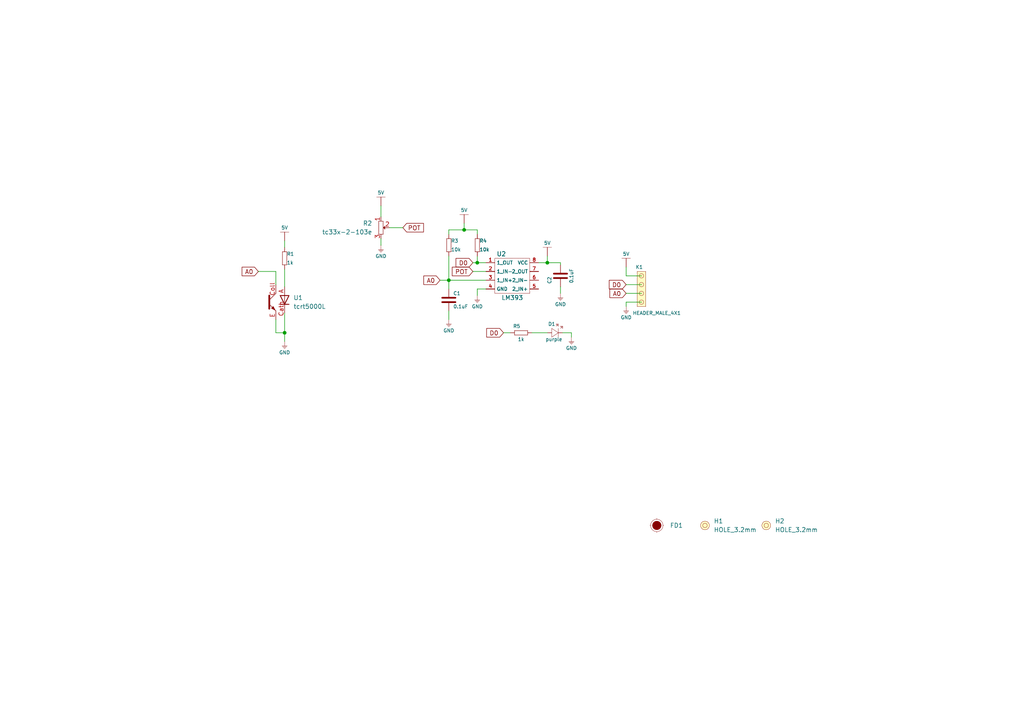
<source format=kicad_sch>
(kicad_sch (version 20210126) (generator eeschema)

  (paper "A4")

  (lib_symbols
    (symbol "e-radionica.com schematics:0402LED" (pin_numbers hide) (pin_names (offset 0.254) hide) (in_bom yes) (on_board yes)
      (property "Reference" "D" (id 0) (at -0.635 2.54 0)
        (effects (font (size 1 1)))
      )
      (property "Value" "0402LED" (id 1) (at 0 -2.54 0)
        (effects (font (size 1 1)))
      )
      (property "Footprint" "e-radionica.com footprinti:0402LED" (id 2) (at 0 5.08 0)
        (effects (font (size 1 1)) hide)
      )
      (property "Datasheet" "" (id 3) (at 0 0 0)
        (effects (font (size 1 1)) hide)
      )
      (property "Package" "0402" (id 4) (at 0 0 0)
        (effects (font (size 1.27 1.27)) hide)
      )
      (symbol "0402LED_0_1"
        (polyline
          (pts
            (xy -0.635 1.27)
            (xy -0.635 -1.27)
            (xy 1.27 0)
          )
          (stroke (width 0.0006)) (fill (type none))
        )
        (polyline
          (pts
            (xy -0.635 1.27)
            (xy 1.27 0)
          )
          (stroke (width 0.0006)) (fill (type none))
        )
        (polyline
          (pts
            (xy 1.27 1.27)
            (xy 1.27 -1.27)
          )
          (stroke (width 0.0006)) (fill (type none))
        )
        (polyline
          (pts
            (xy 0.635 1.905)
            (xy 1.27 2.54)
          )
          (stroke (width 0.0006)) (fill (type none))
        )
        (polyline
          (pts
            (xy 1.905 1.27)
            (xy 2.54 1.905)
          )
          (stroke (width 0.0006)) (fill (type none))
        )
        (polyline
          (pts
            (xy 2.54 1.905)
            (xy 1.905 1.905)
            (xy 2.54 1.27)
            (xy 2.54 1.905)
          )
          (stroke (width 0.0006)) (fill (type none))
        )
        (polyline
          (pts
            (xy 1.27 2.54)
            (xy 0.635 2.54)
            (xy 1.27 1.905)
            (xy 1.27 2.54)
          )
          (stroke (width 0.0006)) (fill (type none))
        )
      )
      (symbol "0402LED_1_1"
        (pin passive line (at -1.905 0 0) (length 1.27)
          (name "A" (effects (font (size 1.27 1.27))))
          (number "1" (effects (font (size 1.27 1.27))))
        )
        (pin passive line (at 2.54 0 180) (length 1.27)
          (name "K" (effects (font (size 1.27 1.27))))
          (number "2" (effects (font (size 1.27 1.27))))
        )
      )
    )
    (symbol "e-radionica.com schematics:0402R" (pin_numbers hide) (pin_names (offset 0.254)) (in_bom yes) (on_board yes)
      (property "Reference" "R" (id 0) (at -1.905 1.27 0)
        (effects (font (size 1 1)))
      )
      (property "Value" "0402R" (id 1) (at 0 -1.27 0)
        (effects (font (size 1 1)))
      )
      (property "Footprint" "e-radionica.com footprinti:0402R" (id 2) (at -2.54 1.905 0)
        (effects (font (size 1 1)) hide)
      )
      (property "Datasheet" "" (id 3) (at -2.54 1.905 0)
        (effects (font (size 1 1)) hide)
      )
      (symbol "0402R_0_1"
        (rectangle (start -1.905 0.635) (end -1.8796 -0.635)
          (stroke (width 0.1)) (fill (type none))
        )
        (rectangle (start -1.905 0.635) (end 1.905 0.6096)
          (stroke (width 0.1)) (fill (type none))
        )
        (rectangle (start -1.905 -0.635) (end 1.905 -0.6604)
          (stroke (width 0.1)) (fill (type none))
        )
        (rectangle (start 1.905 0.635) (end 1.9304 -0.635)
          (stroke (width 0.1)) (fill (type none))
        )
      )
      (symbol "0402R_1_1"
        (pin passive line (at -3.175 0 0) (length 1.27)
          (name "~" (effects (font (size 1.27 1.27))))
          (number "1" (effects (font (size 1.27 1.27))))
        )
        (pin passive line (at 3.175 0 180) (length 1.27)
          (name "~" (effects (font (size 1.27 1.27))))
          (number "2" (effects (font (size 1.27 1.27))))
        )
      )
    )
    (symbol "e-radionica.com schematics:0603C" (pin_numbers hide) (pin_names (offset 0.002)) (in_bom yes) (on_board yes)
      (property "Reference" "C" (id 0) (at -0.635 3.175 0)
        (effects (font (size 1 1)))
      )
      (property "Value" "0603C" (id 1) (at 0 -3.175 0)
        (effects (font (size 1 1)))
      )
      (property "Footprint" "e-radionica.com footprinti:0603C" (id 2) (at 0 0 0)
        (effects (font (size 1 1)) hide)
      )
      (property "Datasheet" "" (id 3) (at 0 0 0)
        (effects (font (size 1 1)) hide)
      )
      (symbol "0603C_0_1"
        (polyline
          (pts
            (xy -0.635 1.905)
            (xy -0.635 -1.905)
          )
          (stroke (width 0.5)) (fill (type none))
        )
        (polyline
          (pts
            (xy 0.635 1.905)
            (xy 0.635 -1.905)
          )
          (stroke (width 0.5)) (fill (type none))
        )
      )
      (symbol "0603C_1_1"
        (pin passive line (at 3.175 0 180) (length 2.54)
          (name "~" (effects (font (size 1.27 1.27))))
          (number "2" (effects (font (size 1.27 1.27))))
        )
        (pin passive line (at -3.175 0 0) (length 2.54)
          (name "~" (effects (font (size 1.27 1.27))))
          (number "1" (effects (font (size 1.27 1.27))))
        )
      )
    )
    (symbol "e-radionica.com schematics:0603R" (pin_numbers hide) (pin_names (offset 0.254)) (in_bom yes) (on_board yes)
      (property "Reference" "R" (id 0) (at -1.905 1.905 0)
        (effects (font (size 1 1)))
      )
      (property "Value" "0603R" (id 1) (at 0 -1.905 0)
        (effects (font (size 1 1)))
      )
      (property "Footprint" "e-radionica.com footprinti:0603R" (id 2) (at -0.635 1.905 0)
        (effects (font (size 1 1)) hide)
      )
      (property "Datasheet" "" (id 3) (at -0.635 1.905 0)
        (effects (font (size 1 1)) hide)
      )
      (symbol "0603R_0_1"
        (rectangle (start -1.905 0.635) (end -1.8796 -0.635)
          (stroke (width 0.1)) (fill (type none))
        )
        (rectangle (start -1.905 0.635) (end 1.905 0.6096)
          (stroke (width 0.1)) (fill (type none))
        )
        (rectangle (start -1.905 -0.635) (end 1.905 -0.6604)
          (stroke (width 0.1)) (fill (type none))
        )
        (rectangle (start 1.905 0.635) (end 1.9304 -0.635)
          (stroke (width 0.1)) (fill (type none))
        )
      )
      (symbol "0603R_1_1"
        (pin passive line (at -3.175 0 0) (length 1.27)
          (name "~" (effects (font (size 1.27 1.27))))
          (number "1" (effects (font (size 1.27 1.27))))
        )
        (pin passive line (at 3.175 0 180) (length 1.27)
          (name "~" (effects (font (size 1.27 1.27))))
          (number "2" (effects (font (size 1.27 1.27))))
        )
      )
    )
    (symbol "e-radionica.com schematics:5V" (power) (pin_names (offset 0)) (in_bom yes) (on_board yes)
      (property "Reference" "#PWR" (id 0) (at 4.445 0 0)
        (effects (font (size 1 1)) hide)
      )
      (property "Value" "5V" (id 1) (at 0 3.556 0)
        (effects (font (size 1 1)))
      )
      (property "Footprint" "" (id 2) (at 4.445 3.81 0)
        (effects (font (size 1 1)) hide)
      )
      (property "Datasheet" "" (id 3) (at 4.445 3.81 0)
        (effects (font (size 1 1)) hide)
      )
      (property "ki_keywords" "power-flag" (id 4) (at 0 0 0)
        (effects (font (size 1.27 1.27)) hide)
      )
      (property "ki_description" "Power symbol creates a global label with name \"+3V3\"" (id 5) (at 0 0 0)
        (effects (font (size 1.27 1.27)) hide)
      )
      (symbol "5V_0_1"
        (polyline
          (pts
            (xy 0 0)
            (xy 0 2.54)
          )
          (stroke (width 0)) (fill (type none))
        )
        (polyline
          (pts
            (xy -1.27 2.54)
            (xy 1.27 2.54)
          )
          (stroke (width 0.0006)) (fill (type none))
        )
      )
      (symbol "5V_1_1"
        (pin power_in line (at 0 0 90) (length 0) hide
          (name "5V" (effects (font (size 1.27 1.27))))
          (number "1" (effects (font (size 1.27 1.27))))
        )
      )
    )
    (symbol "e-radionica.com schematics:Fiducial_Stencil" (pin_numbers hide) (pin_names hide) (in_bom yes) (on_board yes)
      (property "Reference" "FD?" (id 0) (at 0 3.048 0)
        (effects (font (size 1.27 1.27)))
      )
      (property "Value" "Fiducial_Stencil" (id 1) (at 0 -2.794 0)
        (effects (font (size 1.27 1.27)) hide)
      )
      (property "Footprint" "e-radionica.com footprinti:FIDUCIAL_1MM_PASTE" (id 2) (at 0 -6.35 0)
        (effects (font (size 1.27 1.27)) hide)
      )
      (property "Datasheet" "" (id 3) (at 0 0 0)
        (effects (font (size 1.27 1.27)) hide)
      )
      (symbol "Fiducial_Stencil_0_1"
        (circle (center 0 0) (radius 1.7961) (stroke (width 0.0006)) (fill (type none)))
        (circle (center 0 0) (radius 1.27) (stroke (width 0.001)) (fill (type outline)))
        (polyline
          (pts
            (xy 1.778 0)
            (xy 2.032 0)
          )
          (stroke (width 0.0006)) (fill (type none))
        )
        (polyline
          (pts
            (xy 0 1.778)
            (xy 0 2.032)
          )
          (stroke (width 0.0006)) (fill (type none))
        )
        (polyline
          (pts
            (xy -1.778 0)
            (xy -2.032 0)
          )
          (stroke (width 0.0006)) (fill (type none))
        )
        (polyline
          (pts
            (xy 0 -1.778)
            (xy 0 -2.032)
          )
          (stroke (width 0.0006)) (fill (type none))
        )
      )
    )
    (symbol "e-radionica.com schematics:GND" (power) (pin_names (offset 0)) (in_bom yes) (on_board yes)
      (property "Reference" "#PWR" (id 0) (at 4.445 0 0)
        (effects (font (size 1 1)) hide)
      )
      (property "Value" "GND" (id 1) (at 0 -2.921 0)
        (effects (font (size 1 1)))
      )
      (property "Footprint" "" (id 2) (at 4.445 3.81 0)
        (effects (font (size 1 1)) hide)
      )
      (property "Datasheet" "" (id 3) (at 4.445 3.81 0)
        (effects (font (size 1 1)) hide)
      )
      (property "ki_keywords" "power-flag" (id 4) (at 0 0 0)
        (effects (font (size 1.27 1.27)) hide)
      )
      (property "ki_description" "Power symbol creates a global label with name \"+3V3\"" (id 5) (at 0 0 0)
        (effects (font (size 1.27 1.27)) hide)
      )
      (symbol "GND_0_1"
        (polyline
          (pts
            (xy 0 0)
            (xy 0 -1.27)
          )
          (stroke (width 0.0006)) (fill (type none))
        )
        (polyline
          (pts
            (xy -0.762 -1.27)
            (xy 0.762 -1.27)
          )
          (stroke (width 0.0006)) (fill (type none))
        )
        (polyline
          (pts
            (xy -0.381 -1.778)
            (xy 0.381 -1.778)
          )
          (stroke (width 0.0006)) (fill (type none))
        )
        (polyline
          (pts
            (xy -0.127 -2.032)
            (xy 0.127 -2.032)
          )
          (stroke (width 0.0006)) (fill (type none))
        )
        (polyline
          (pts
            (xy -0.635 -1.524)
            (xy 0.635 -1.524)
          )
          (stroke (width 0.0006)) (fill (type none))
        )
      )
      (symbol "GND_1_1"
        (pin power_in line (at 0 0 270) (length 0) hide
          (name "GND" (effects (font (size 1.27 1.27))))
          (number "1" (effects (font (size 1.27 1.27))))
        )
      )
    )
    (symbol "e-radionica.com schematics:HEADER_MALE_4X1" (pin_numbers hide) (pin_names hide) (in_bom yes) (on_board yes)
      (property "Reference" "K" (id 0) (at -0.635 7.62 0)
        (effects (font (size 1 1)))
      )
      (property "Value" "HEADER_MALE_4X1" (id 1) (at 0 -5.08 0)
        (effects (font (size 1 1)))
      )
      (property "Footprint" "e-radionica.com footprinti:HEADER_MALE_4X1" (id 2) (at 0 -2.54 0)
        (effects (font (size 1 1)) hide)
      )
      (property "Datasheet" "" (id 3) (at 0 -2.54 0)
        (effects (font (size 1 1)) hide)
      )
      (symbol "HEADER_MALE_4X1_0_1"
        (circle (center 0 -2.54) (radius 0.635) (stroke (width 0.0006)) (fill (type none)))
        (circle (center 0 0) (radius 0.635) (stroke (width 0.0006)) (fill (type none)))
        (circle (center 0 2.54) (radius 0.635) (stroke (width 0.0006)) (fill (type none)))
        (circle (center 0 5.08) (radius 0.635) (stroke (width 0.0006)) (fill (type none)))
        (rectangle (start 1.27 -3.81) (end -1.27 6.35)
          (stroke (width 0.001)) (fill (type background))
        )
      )
      (symbol "HEADER_MALE_4X1_1_1"
        (pin passive line (at 0 -2.54 180) (length 0)
          (name "~" (effects (font (size 1 1))))
          (number "1" (effects (font (size 1 1))))
        )
        (pin passive line (at 0 0 180) (length 0)
          (name "~" (effects (font (size 1 1))))
          (number "2" (effects (font (size 1 1))))
        )
        (pin passive line (at 0 2.54 180) (length 0)
          (name "~" (effects (font (size 1 1))))
          (number "3" (effects (font (size 1 1))))
        )
        (pin passive line (at 0 5.08 180) (length 0)
          (name "~" (effects (font (size 1 1))))
          (number "4" (effects (font (size 1 1))))
        )
      )
    )
    (symbol "e-radionica.com schematics:HOLE_3.2mm" (pin_numbers hide) (pin_names hide) (in_bom yes) (on_board yes)
      (property "Reference" "H" (id 0) (at 0 2.54 0)
        (effects (font (size 1.27 1.27)))
      )
      (property "Value" "HOLE_3.2mm" (id 1) (at 0 -2.54 0)
        (effects (font (size 1.27 1.27)))
      )
      (property "Footprint" "e-radionica.com footprinti:HOLE_3.2mm" (id 2) (at 0 0 0)
        (effects (font (size 1.27 1.27)) hide)
      )
      (property "Datasheet" "" (id 3) (at 0 0 0)
        (effects (font (size 1.27 1.27)) hide)
      )
      (symbol "HOLE_3.2mm_0_1"
        (circle (center 0 0) (radius 1.27) (stroke (width 0.001)) (fill (type background)))
        (circle (center 0 0) (radius 0.635) (stroke (width 0.0006)) (fill (type none)))
      )
    )
    (symbol "e-radionica.com schematics:LM393" (in_bom yes) (on_board yes)
      (property "Reference" "U" (id 0) (at 0 6.35 0)
        (effects (font (size 1.27 1.27)))
      )
      (property "Value" "LM393" (id 1) (at 0 -6.35 0)
        (effects (font (size 1.27 1.27)))
      )
      (property "Footprint" "e-radionica.com footprinti:SOIC−8" (id 2) (at 3.81 -2.54 0)
        (effects (font (size 1.27 1.27)) hide)
      )
      (property "Datasheet" "" (id 3) (at 3.81 -2.54 0)
        (effects (font (size 1.27 1.27)) hide)
      )
      (symbol "LM393_0_1"
        (rectangle (start -5.08 5.08) (end 5.08 -5.08)
          (stroke (width 0.0006)) (fill (type none))
        )
      )
      (symbol "LM393_1_1"
        (pin input line (at -7.62 1.27 0) (length 2.54)
          (name "1_IN-" (effects (font (size 1 1))))
          (number "2" (effects (font (size 1 1))))
        )
        (pin power_in line (at -7.62 -1.27 0) (length 2.54)
          (name "1_IN+" (effects (font (size 1 1))))
          (number "3" (effects (font (size 1 1))))
        )
        (pin power_in line (at -7.62 3.81 0) (length 2.54)
          (name "1_OUT" (effects (font (size 1 1))))
          (number "1" (effects (font (size 1 1))))
        )
        (pin passive line (at -7.62 -3.81 0) (length 2.54)
          (name "GND" (effects (font (size 1 1))))
          (number "4" (effects (font (size 1 1))))
        )
        (pin power_in line (at 7.62 -3.81 180) (length 2.54)
          (name "2_IN+" (effects (font (size 1 1))))
          (number "5" (effects (font (size 1 1))))
        )
        (pin power_in line (at 7.62 -1.27 180) (length 2.54)
          (name "2_IN-" (effects (font (size 1 1))))
          (number "6" (effects (font (size 1 1))))
        )
        (pin power_out line (at 7.62 1.27 180) (length 2.54)
          (name "2_OUT" (effects (font (size 1 1))))
          (number "7" (effects (font (size 1 1))))
        )
        (pin power_in line (at 7.62 3.81 180) (length 2.54)
          (name "VCC" (effects (font (size 1 1))))
          (number "8" (effects (font (size 1 1))))
        )
      )
    )
    (symbol "e-radionica.com schematics:tc33x-2-103e" (in_bom yes) (on_board yes)
      (property "Reference" "R" (id 0) (at -1.778 3.302 0)
        (effects (font (size 1.27 1.27)))
      )
      (property "Value" "tc33x-2-103e" (id 1) (at 0 -2.54 0)
        (effects (font (size 1.27 1.27)))
      )
      (property "Footprint" "e-radionica.com footprinti:tc33x-2-103e" (id 2) (at 0 -5.08 0)
        (effects (font (size 1.27 1.27)) hide)
      )
      (property "Datasheet" "" (id 3) (at -0.0508 -0.0508 0)
        (effects (font (size 1.27 1.27)) hide)
      )
      (symbol "tc33x-2-103e_0_1"
        (rectangle (start -1.905 0.635) (end -1.8796 -0.635)
          (stroke (width 0.1)) (fill (type none))
        )
        (rectangle (start -1.905 0.635) (end 1.905 0.6096)
          (stroke (width 0.1)) (fill (type none))
        )
        (rectangle (start -1.905 -0.635) (end 1.905 -0.6604)
          (stroke (width 0.1)) (fill (type none))
        )
        (rectangle (start 1.905 0.635) (end 1.9304 -0.635)
          (stroke (width 0.1)) (fill (type none))
        )
        (polyline
          (pts
            (xy -0.4318 1.1684)
            (xy 0.4826 1.1684)
            (xy 0 0.635)
            (xy -0.4064 1.0922)
            (xy -0.4826 1.1684)
            (xy 0 0.7874)
            (xy 0.3048 1.1176)
            (xy -0.254 1.0668)
            (xy 0.0254 0.8636)
            (xy 0.0762 1.0414)
            (xy -0.0254 0.9652)
          )
          (stroke (width 0.0006)) (fill (type none))
        )
      )
      (symbol "tc33x-2-103e_1_1"
        (pin passive line (at -3.175 0 0) (length 1.27)
          (name "~" (effects (font (size 1.27 1.27))))
          (number "1" (effects (font (size 1.27 1.27))))
        )
        (pin passive line (at 3.175 0.0002 180) (length 1.27)
          (name "~" (effects (font (size 1.27 1.27))))
          (number "3" (effects (font (size 1.27 1.27))))
        )
        (pin passive line (at 0 2.4892 270) (length 1.27)
          (name "" (effects (font (size 1.27 1.27))))
          (number "2" (effects (font (size 1.27 1.27))))
        )
      )
    )
    (symbol "e-radionica.com schematics:tcrt5000L" (in_bom yes) (on_board yes)
      (property "Reference" "U" (id 0) (at -4.445 3.81 0)
        (effects (font (size 1.27 1.27)))
      )
      (property "Value" "tcrt5000L" (id 1) (at 0 -13.335 0)
        (effects (font (size 1.27 1.27)))
      )
      (property "Footprint" "e-radionica.com footprinti:TCRT5000L" (id 2) (at -0.635 0 0)
        (effects (font (size 1.27 1.27)) hide)
      )
      (property "Datasheet" "" (id 3) (at -0.635 0 0)
        (effects (font (size 1.27 1.27)) hide)
      )
      (symbol "tcrt5000L_0_1"
        (polyline
          (pts
            (xy -3.175 0.635)
            (xy -1.27 2.54)
          )
          (stroke (width 0)) (fill (type none))
        )
        (polyline
          (pts
            (xy -3.175 -0.635)
            (xy -1.27 -2.54)
            (xy -1.27 -2.54)
          )
          (stroke (width 0)) (fill (type none))
        )
        (polyline
          (pts
            (xy -3.175 1.905)
            (xy -3.175 -1.905)
            (xy -3.175 -1.905)
          )
          (stroke (width 0.508)) (fill (type none))
        )
        (polyline
          (pts
            (xy -2.54 -1.778)
            (xy -2.032 -1.27)
            (xy -1.524 -2.286)
            (xy -2.54 -1.778)
            (xy -2.54 -1.778)
          )
          (stroke (width 0)) (fill (type outline))
        )
        (polyline
          (pts
            (xy 0 -0.635)
            (xy 2.54 -0.635)
          )
          (stroke (width 0.254)) (fill (type none))
        )
        (polyline
          (pts
            (xy 1.27 1.905)
            (xy 1.27 -0.635)
          )
          (stroke (width 0)) (fill (type none))
        )
        (polyline
          (pts
            (xy 0 1.905)
            (xy 2.54 1.905)
            (xy 1.27 -0.635)
            (xy 0 1.905)
          )
          (stroke (width 0.254)) (fill (type none))
        )
      )
      (symbol "tcrt5000L_1_1"
        (pin passive line (at -1.27 -5.08 90) (length 2.54)
          (name "" (effects (font (size 1.27 1.27))))
          (number "E" (effects (font (size 1.27 1.27))))
        )
        (pin passive line (at -1.27 5.08 270) (length 2.54)
          (name "" (effects (font (size 1.27 1.27))))
          (number "Coll" (effects (font (size 1.27 1.27))))
        )
        (pin passive line (at 1.27 -3.175 90) (length 2.54)
          (name "" (effects (font (size 1.27 1.27))))
          (number "Cath" (effects (font (size 1.27 1.27))))
        )
        (pin passive line (at 1.27 4.445 270) (length 2.54)
          (name "" (effects (font (size 1.27 1.27))))
          (number "A" (effects (font (size 1.27 1.27))))
        )
      )
    )
  )

  (junction (at 82.55 96.52) (diameter 0.9144) (color 0 0 0 0))
  (junction (at 130.175 81.28) (diameter 0.9144) (color 0 0 0 0))
  (junction (at 134.62 66.675) (diameter 0.9144) (color 0 0 0 0))
  (junction (at 138.43 76.2) (diameter 0.9144) (color 0 0 0 0))
  (junction (at 158.75 76.2) (diameter 0.9144) (color 0 0 0 0))

  (wire (pts (xy 74.93 78.74) (xy 80.01 78.74))
    (stroke (width 0) (type solid) (color 0 0 0 0))
    (uuid f5cce352-17bd-4635-b7c9-100468f9ba6a)
  )
  (wire (pts (xy 80.01 78.74) (xy 80.01 82.55))
    (stroke (width 0) (type solid) (color 0 0 0 0))
    (uuid a7ddde68-6257-4ade-9a11-c6778d7b6c71)
  )
  (wire (pts (xy 80.01 92.71) (xy 80.01 96.52))
    (stroke (width 0) (type solid) (color 0 0 0 0))
    (uuid bd5f25d3-8eab-41e2-a46b-b8aceaa855f4)
  )
  (wire (pts (xy 80.01 96.52) (xy 82.55 96.52))
    (stroke (width 0) (type solid) (color 0 0 0 0))
    (uuid bd5f25d3-8eab-41e2-a46b-b8aceaa855f4)
  )
  (wire (pts (xy 82.55 69.85) (xy 82.55 71.755))
    (stroke (width 0) (type solid) (color 0 0 0 0))
    (uuid 96b86411-a2dc-47bb-a466-f1d6969d6d4e)
  )
  (wire (pts (xy 82.55 78.105) (xy 82.55 83.185))
    (stroke (width 0) (type solid) (color 0 0 0 0))
    (uuid 0476afb7-b092-455c-8ed1-d082311e7620)
  )
  (wire (pts (xy 82.55 90.805) (xy 82.55 96.52))
    (stroke (width 0) (type solid) (color 0 0 0 0))
    (uuid 14dd3509-40c0-4162-8ec8-6d326cdc9e86)
  )
  (wire (pts (xy 82.55 96.52) (xy 82.55 99.06))
    (stroke (width 0) (type solid) (color 0 0 0 0))
    (uuid bd5f25d3-8eab-41e2-a46b-b8aceaa855f4)
  )
  (wire (pts (xy 110.49 59.69) (xy 110.49 62.865))
    (stroke (width 0) (type solid) (color 0 0 0 0))
    (uuid d96862db-8bad-4a7c-b968-daaad9fc6848)
  )
  (wire (pts (xy 110.49 71.12) (xy 110.4902 71.12))
    (stroke (width 0) (type solid) (color 0 0 0 0))
    (uuid d297a04e-1b6b-40fb-b4c0-4536a139fff2)
  )
  (wire (pts (xy 110.4902 69.215) (xy 110.4902 71.12))
    (stroke (width 0) (type solid) (color 0 0 0 0))
    (uuid 777bd36e-afcc-4f88-8880-fb0794830e45)
  )
  (wire (pts (xy 112.9792 66.04) (xy 116.84 66.04))
    (stroke (width 0) (type solid) (color 0 0 0 0))
    (uuid cd9c0dca-bf53-447e-be47-3a90a751d257)
  )
  (wire (pts (xy 127.635 81.28) (xy 130.175 81.28))
    (stroke (width 0) (type solid) (color 0 0 0 0))
    (uuid ded05270-e37d-459a-8f66-acef83444f56)
  )
  (wire (pts (xy 130.175 66.675) (xy 134.62 66.675))
    (stroke (width 0) (type solid) (color 0 0 0 0))
    (uuid 90168466-d72d-4732-ab7b-7653b44f9e77)
  )
  (wire (pts (xy 130.175 67.945) (xy 130.175 66.675))
    (stroke (width 0) (type solid) (color 0 0 0 0))
    (uuid b63d64c9-bcbd-4287-a815-66ffa71f5642)
  )
  (wire (pts (xy 130.175 74.295) (xy 130.175 81.28))
    (stroke (width 0) (type solid) (color 0 0 0 0))
    (uuid e84d2062-c6d4-4b93-b817-767120f23dca)
  )
  (wire (pts (xy 130.175 81.28) (xy 130.175 83.82))
    (stroke (width 0) (type solid) (color 0 0 0 0))
    (uuid ca78236a-5461-414f-b13d-90d23abc3a60)
  )
  (wire (pts (xy 130.175 81.28) (xy 140.97 81.28))
    (stroke (width 0) (type solid) (color 0 0 0 0))
    (uuid 0be01aff-fa7a-4687-ac2f-de9eb7d2d31e)
  )
  (wire (pts (xy 130.175 90.17) (xy 130.175 92.71))
    (stroke (width 0) (type solid) (color 0 0 0 0))
    (uuid d11e9852-9a60-48b9-8999-165d5dea6966)
  )
  (wire (pts (xy 134.62 66.675) (xy 134.62 64.77))
    (stroke (width 0) (type solid) (color 0 0 0 0))
    (uuid 3b189709-e4ae-4919-941d-11dca72fe1a9)
  )
  (wire (pts (xy 134.62 66.675) (xy 138.43 66.675))
    (stroke (width 0) (type solid) (color 0 0 0 0))
    (uuid 97dd2cfe-9a83-4e10-9253-d44344ac98ca)
  )
  (wire (pts (xy 137.16 76.2) (xy 138.43 76.2))
    (stroke (width 0) (type solid) (color 0 0 0 0))
    (uuid 1ebb3e7d-6e78-4381-b75b-4d620f7415eb)
  )
  (wire (pts (xy 137.16 78.74) (xy 140.97 78.74))
    (stroke (width 0) (type solid) (color 0 0 0 0))
    (uuid cda1c938-87a3-4c4a-8b09-be1108874f13)
  )
  (wire (pts (xy 138.43 66.675) (xy 138.43 67.945))
    (stroke (width 0) (type solid) (color 0 0 0 0))
    (uuid b203b6cc-a5ab-46e2-b7d6-77ac15968948)
  )
  (wire (pts (xy 138.43 74.295) (xy 138.43 76.2))
    (stroke (width 0) (type solid) (color 0 0 0 0))
    (uuid e54dfbee-c0a0-46c6-bdc0-d97ad1e734af)
  )
  (wire (pts (xy 138.43 76.2) (xy 140.97 76.2))
    (stroke (width 0) (type solid) (color 0 0 0 0))
    (uuid e23156ab-5dbc-4511-8986-a7108edc15b0)
  )
  (wire (pts (xy 138.43 83.82) (xy 138.43 85.725))
    (stroke (width 0) (type solid) (color 0 0 0 0))
    (uuid ff15f836-4e89-43fb-8243-ae85ba420fee)
  )
  (wire (pts (xy 140.97 83.82) (xy 138.43 83.82))
    (stroke (width 0) (type solid) (color 0 0 0 0))
    (uuid e4069da4-3fb9-4885-9948-8d4b631545bd)
  )
  (wire (pts (xy 146.05 96.52) (xy 147.955 96.52))
    (stroke (width 0) (type solid) (color 0 0 0 0))
    (uuid 099e87bd-e1c5-46c3-9b4d-994dc13f7416)
  )
  (wire (pts (xy 154.305 96.52) (xy 158.75 96.52))
    (stroke (width 0) (type solid) (color 0 0 0 0))
    (uuid b2ce17f3-c1bb-461a-aedf-5821db77619e)
  )
  (wire (pts (xy 156.21 76.2) (xy 158.75 76.2))
    (stroke (width 0) (type solid) (color 0 0 0 0))
    (uuid b080e924-83e1-4fe5-80fe-57343fca6c8d)
  )
  (wire (pts (xy 158.75 76.2) (xy 158.75 74.295))
    (stroke (width 0) (type solid) (color 0 0 0 0))
    (uuid cf60e33d-f987-45cd-8a2a-eacf1def2c60)
  )
  (wire (pts (xy 162.56 76.2) (xy 158.75 76.2))
    (stroke (width 0) (type solid) (color 0 0 0 0))
    (uuid 4bf0ecfd-52c5-49a0-bcc0-775c46d6c429)
  )
  (wire (pts (xy 162.56 76.835) (xy 162.56 76.2))
    (stroke (width 0) (type solid) (color 0 0 0 0))
    (uuid b52b6789-0361-454b-855a-8e892b39b271)
  )
  (wire (pts (xy 162.56 83.185) (xy 162.56 85.09))
    (stroke (width 0) (type solid) (color 0 0 0 0))
    (uuid d7f608cb-fe54-42cd-bfbb-fe223df4d930)
  )
  (wire (pts (xy 163.195 96.52) (xy 165.735 96.52))
    (stroke (width 0) (type solid) (color 0 0 0 0))
    (uuid 006c82cd-8233-4c4c-8fb2-135db9093e9d)
  )
  (wire (pts (xy 165.735 96.52) (xy 165.735 97.79))
    (stroke (width 0) (type solid) (color 0 0 0 0))
    (uuid 6c9182be-071f-46ae-a91a-28b0bf873aec)
  )
  (wire (pts (xy 181.61 80.01) (xy 181.61 77.47))
    (stroke (width 0) (type solid) (color 0 0 0 0))
    (uuid 02b45d48-dac7-4de5-8bbf-51193c9fcd79)
  )
  (wire (pts (xy 181.61 82.55) (xy 186.055 82.55))
    (stroke (width 0) (type solid) (color 0 0 0 0))
    (uuid 5a474233-ed47-45fd-9a69-1ad1617a261b)
  )
  (wire (pts (xy 181.61 85.09) (xy 186.055 85.09))
    (stroke (width 0) (type solid) (color 0 0 0 0))
    (uuid 5bb0a292-258a-4f7d-ab87-d214d7dcd535)
  )
  (wire (pts (xy 181.61 87.63) (xy 181.61 88.9))
    (stroke (width 0) (type solid) (color 0 0 0 0))
    (uuid 810e64c9-be8e-4f2d-a69c-e4269a9a1004)
  )
  (wire (pts (xy 186.055 80.01) (xy 181.61 80.01))
    (stroke (width 0) (type solid) (color 0 0 0 0))
    (uuid 26f00869-2a78-46a8-94d1-3b8347df9236)
  )
  (wire (pts (xy 186.055 87.63) (xy 181.61 87.63))
    (stroke (width 0) (type solid) (color 0 0 0 0))
    (uuid ab6f3e1c-2adb-4290-a338-53fd761b9a10)
  )

  (global_label "A0" (shape input) (at 74.93 78.74 180)
    (effects (font (size 1.27 1.27)) (justify right))
    (uuid 02b29835-4151-4b61-9e32-9e91af2b860f)
    (property "Intersheet References" "${INTERSHEET_REFS}" (id 0) (at 68.6948 78.6606 0)
      (effects (font (size 1.27 1.27)) (justify right) hide)
    )
  )
  (global_label "POT" (shape input) (at 116.84 66.04 0)
    (effects (font (size 1.27 1.27)) (justify left))
    (uuid 90ad2a9c-733a-4a2f-88ac-5afb900f0c27)
    (property "Intersheet References" "${INTERSHEET_REFS}" (id 0) (at 124.3452 65.9606 0)
      (effects (font (size 1.27 1.27)) (justify left) hide)
    )
  )
  (global_label "A0" (shape input) (at 127.635 81.28 180)
    (effects (font (size 1.27 1.27)) (justify right))
    (uuid 5eaa72a6-6dda-4aff-b684-b80f98234de8)
    (property "Intersheet References" "${INTERSHEET_REFS}" (id 0) (at 121.3998 81.2006 0)
      (effects (font (size 1.27 1.27)) (justify right) hide)
    )
  )
  (global_label "D0" (shape input) (at 137.16 76.2 180)
    (effects (font (size 1.27 1.27)) (justify right))
    (uuid 590fd27d-0841-4586-959d-ebfb2f06994b)
    (property "Intersheet References" "${INTERSHEET_REFS}" (id 0) (at 130.7434 76.2794 0)
      (effects (font (size 1.27 1.27)) (justify right) hide)
    )
  )
  (global_label "POT" (shape input) (at 137.16 78.74 180)
    (effects (font (size 1.27 1.27)) (justify right))
    (uuid 85a61c13-769b-45cd-b11d-883029234698)
    (property "Intersheet References" "${INTERSHEET_REFS}" (id 0) (at 129.6548 78.6606 0)
      (effects (font (size 1.27 1.27)) (justify right) hide)
    )
  )
  (global_label "D0" (shape input) (at 146.05 96.52 180)
    (effects (font (size 1.27 1.27)) (justify right))
    (uuid ad31097f-f099-4a4b-a5b8-df8e919ff78d)
    (property "Intersheet References" "${INTERSHEET_REFS}" (id 0) (at 139.6334 96.4406 0)
      (effects (font (size 1.27 1.27)) (justify right) hide)
    )
  )
  (global_label "D0" (shape input) (at 181.61 82.55 180)
    (effects (font (size 1.27 1.27)) (justify right))
    (uuid 3058a116-a88d-4d96-bc41-b840203846e4)
    (property "Intersheet References" "${INTERSHEET_REFS}" (id 0) (at 175.1934 82.4706 0)
      (effects (font (size 1.27 1.27)) (justify right) hide)
    )
  )
  (global_label "A0" (shape input) (at 181.61 85.09 180)
    (effects (font (size 1.27 1.27)) (justify right))
    (uuid 14b23faf-eee0-4ce5-b5d8-06d3e48052aa)
    (property "Intersheet References" "${INTERSHEET_REFS}" (id 0) (at 175.3748 85.0106 0)
      (effects (font (size 1.27 1.27)) (justify right) hide)
    )
  )

  (symbol (lib_id "e-radionica.com schematics:GND") (at 82.55 99.06 0) (unit 1)
    (in_bom yes) (on_board yes)
    (uuid 7d6e4515-4177-46e4-bca5-6d18bec2be41)
    (property "Reference" "#PWR02" (id 0) (at 86.995 99.06 0)
      (effects (font (size 1 1)) hide)
    )
    (property "Value" "GND" (id 1) (at 82.55 102.235 0)
      (effects (font (size 1 1)))
    )
    (property "Footprint" "" (id 2) (at 86.995 95.25 0)
      (effects (font (size 1 1)) hide)
    )
    (property "Datasheet" "" (id 3) (at 86.995 95.25 0)
      (effects (font (size 1 1)) hide)
    )
    (pin "1" (uuid 1674149b-52b7-45c7-b414-3e19bb9557c5))
  )

  (symbol (lib_id "e-radionica.com schematics:GND") (at 110.49 71.12 0) (unit 1)
    (in_bom yes) (on_board yes)
    (uuid 5fcef4d9-1852-4067-a354-a693d7c2e2f2)
    (property "Reference" "#PWR04" (id 0) (at 114.935 71.12 0)
      (effects (font (size 1 1)) hide)
    )
    (property "Value" "GND" (id 1) (at 110.49 74.295 0)
      (effects (font (size 1 1)))
    )
    (property "Footprint" "" (id 2) (at 114.935 67.31 0)
      (effects (font (size 1 1)) hide)
    )
    (property "Datasheet" "" (id 3) (at 114.935 67.31 0)
      (effects (font (size 1 1)) hide)
    )
    (pin "1" (uuid 1674149b-52b7-45c7-b414-3e19bb9557c5))
  )

  (symbol (lib_id "e-radionica.com schematics:GND") (at 130.175 92.71 0) (unit 1)
    (in_bom yes) (on_board yes)
    (uuid f652d160-fd97-434d-9701-cf8d00038bd7)
    (property "Reference" "#PWR05" (id 0) (at 134.62 92.71 0)
      (effects (font (size 1 1)) hide)
    )
    (property "Value" "GND" (id 1) (at 130.175 95.885 0)
      (effects (font (size 1 1)))
    )
    (property "Footprint" "" (id 2) (at 134.62 88.9 0)
      (effects (font (size 1 1)) hide)
    )
    (property "Datasheet" "" (id 3) (at 134.62 88.9 0)
      (effects (font (size 1 1)) hide)
    )
    (pin "1" (uuid 1674149b-52b7-45c7-b414-3e19bb9557c5))
  )

  (symbol (lib_id "e-radionica.com schematics:GND") (at 138.43 85.725 0) (unit 1)
    (in_bom yes) (on_board yes)
    (uuid af3294ab-d5df-4eea-93bf-fcc9ba3f52a3)
    (property "Reference" "#PWR07" (id 0) (at 142.875 85.725 0)
      (effects (font (size 1 1)) hide)
    )
    (property "Value" "GND" (id 1) (at 138.43 88.9 0)
      (effects (font (size 1 1)))
    )
    (property "Footprint" "" (id 2) (at 142.875 81.915 0)
      (effects (font (size 1 1)) hide)
    )
    (property "Datasheet" "" (id 3) (at 142.875 81.915 0)
      (effects (font (size 1 1)) hide)
    )
    (pin "1" (uuid 1674149b-52b7-45c7-b414-3e19bb9557c5))
  )

  (symbol (lib_id "e-radionica.com schematics:GND") (at 162.56 85.09 0) (unit 1)
    (in_bom yes) (on_board yes)
    (uuid c0c47811-568e-4747-ac5d-ecb32587c9d4)
    (property "Reference" "#PWR09" (id 0) (at 167.005 85.09 0)
      (effects (font (size 1 1)) hide)
    )
    (property "Value" "GND" (id 1) (at 162.56 88.265 0)
      (effects (font (size 1 1)))
    )
    (property "Footprint" "" (id 2) (at 167.005 81.28 0)
      (effects (font (size 1 1)) hide)
    )
    (property "Datasheet" "" (id 3) (at 167.005 81.28 0)
      (effects (font (size 1 1)) hide)
    )
    (pin "1" (uuid 1674149b-52b7-45c7-b414-3e19bb9557c5))
  )

  (symbol (lib_id "e-radionica.com schematics:GND") (at 165.735 97.79 0) (unit 1)
    (in_bom yes) (on_board yes)
    (uuid ce68d5b4-42e5-4306-b611-7d64d4df6e39)
    (property "Reference" "#PWR010" (id 0) (at 170.18 97.79 0)
      (effects (font (size 1 1)) hide)
    )
    (property "Value" "GND" (id 1) (at 165.735 100.965 0)
      (effects (font (size 1 1)))
    )
    (property "Footprint" "" (id 2) (at 170.18 93.98 0)
      (effects (font (size 1 1)) hide)
    )
    (property "Datasheet" "" (id 3) (at 170.18 93.98 0)
      (effects (font (size 1 1)) hide)
    )
    (pin "1" (uuid 1674149b-52b7-45c7-b414-3e19bb9557c5))
  )

  (symbol (lib_id "e-radionica.com schematics:GND") (at 181.61 88.9 0) (unit 1)
    (in_bom yes) (on_board yes)
    (uuid 78918edf-e331-4a66-acce-a161da15394c)
    (property "Reference" "#PWR012" (id 0) (at 186.055 88.9 0)
      (effects (font (size 1 1)) hide)
    )
    (property "Value" "GND" (id 1) (at 181.61 92.075 0)
      (effects (font (size 1 1)))
    )
    (property "Footprint" "" (id 2) (at 186.055 85.09 0)
      (effects (font (size 1 1)) hide)
    )
    (property "Datasheet" "" (id 3) (at 186.055 85.09 0)
      (effects (font (size 1 1)) hide)
    )
    (pin "1" (uuid 1674149b-52b7-45c7-b414-3e19bb9557c5))
  )

  (symbol (lib_id "e-radionica.com schematics:HOLE_3.2mm") (at 204.47 152.4 0) (unit 1)
    (in_bom yes) (on_board yes)
    (uuid 8f018064-7456-4be0-8af4-2741a0a42c27)
    (property "Reference" "H1" (id 0) (at 207.01 151.13 0)
      (effects (font (size 1.27 1.27)) (justify left))
    )
    (property "Value" "HOLE_3.2mm" (id 1) (at 207.01 153.67 0)
      (effects (font (size 1.27 1.27)) (justify left))
    )
    (property "Footprint" "e-radionica.com footprinti:HOLE_3.2mm" (id 2) (at 204.47 152.4 0)
      (effects (font (size 1.27 1.27)) hide)
    )
    (property "Datasheet" "" (id 3) (at 204.47 152.4 0)
      (effects (font (size 1.27 1.27)) hide)
    )
  )

  (symbol (lib_id "e-radionica.com schematics:HOLE_3.2mm") (at 222.25 152.4 0) (unit 1)
    (in_bom yes) (on_board yes)
    (uuid cd483cce-8b91-4332-8a1e-fa3ea6db912d)
    (property "Reference" "H2" (id 0) (at 224.79 151.13 0)
      (effects (font (size 1.27 1.27)) (justify left))
    )
    (property "Value" "HOLE_3.2mm" (id 1) (at 224.79 153.67 0)
      (effects (font (size 1.27 1.27)) (justify left))
    )
    (property "Footprint" "e-radionica.com footprinti:HOLE_3.2mm" (id 2) (at 222.25 152.4 0)
      (effects (font (size 1.27 1.27)) hide)
    )
    (property "Datasheet" "" (id 3) (at 222.25 152.4 0)
      (effects (font (size 1.27 1.27)) hide)
    )
  )

  (symbol (lib_id "e-radionica.com schematics:5V") (at 82.55 69.85 0) (unit 1)
    (in_bom yes) (on_board yes)
    (uuid 994c6dac-086f-406d-9911-a9551b5b1404)
    (property "Reference" "#PWR01" (id 0) (at 86.995 69.85 0)
      (effects (font (size 1 1)) hide)
    )
    (property "Value" "5V" (id 1) (at 82.55 66.04 0)
      (effects (font (size 1 1)))
    )
    (property "Footprint" "" (id 2) (at 86.995 66.04 0)
      (effects (font (size 1 1)) hide)
    )
    (property "Datasheet" "" (id 3) (at 86.995 66.04 0)
      (effects (font (size 1 1)) hide)
    )
    (pin "1" (uuid 339244a2-34e9-48a9-a2c4-1556fa4b4a7d))
  )

  (symbol (lib_id "e-radionica.com schematics:5V") (at 110.49 59.69 0) (unit 1)
    (in_bom yes) (on_board yes)
    (uuid 576a448d-a3d7-4d38-9d3e-76e82e17936d)
    (property "Reference" "#PWR03" (id 0) (at 114.935 59.69 0)
      (effects (font (size 1 1)) hide)
    )
    (property "Value" "5V" (id 1) (at 110.49 55.88 0)
      (effects (font (size 1 1)))
    )
    (property "Footprint" "" (id 2) (at 114.935 55.88 0)
      (effects (font (size 1 1)) hide)
    )
    (property "Datasheet" "" (id 3) (at 114.935 55.88 0)
      (effects (font (size 1 1)) hide)
    )
    (pin "1" (uuid 339244a2-34e9-48a9-a2c4-1556fa4b4a7d))
  )

  (symbol (lib_id "e-radionica.com schematics:5V") (at 134.62 64.77 0) (unit 1)
    (in_bom yes) (on_board yes)
    (uuid c847d32c-284c-4e5a-b6a8-3983e11fb705)
    (property "Reference" "#PWR06" (id 0) (at 139.065 64.77 0)
      (effects (font (size 1 1)) hide)
    )
    (property "Value" "5V" (id 1) (at 134.62 60.96 0)
      (effects (font (size 1 1)))
    )
    (property "Footprint" "" (id 2) (at 139.065 60.96 0)
      (effects (font (size 1 1)) hide)
    )
    (property "Datasheet" "" (id 3) (at 139.065 60.96 0)
      (effects (font (size 1 1)) hide)
    )
    (pin "1" (uuid 339244a2-34e9-48a9-a2c4-1556fa4b4a7d))
  )

  (symbol (lib_id "e-radionica.com schematics:5V") (at 158.75 74.295 0) (unit 1)
    (in_bom yes) (on_board yes)
    (uuid 1ea51a23-a266-4bd9-9d8f-2b12338d97e2)
    (property "Reference" "#PWR08" (id 0) (at 163.195 74.295 0)
      (effects (font (size 1 1)) hide)
    )
    (property "Value" "5V" (id 1) (at 158.75 70.485 0)
      (effects (font (size 1 1)))
    )
    (property "Footprint" "" (id 2) (at 163.195 70.485 0)
      (effects (font (size 1 1)) hide)
    )
    (property "Datasheet" "" (id 3) (at 163.195 70.485 0)
      (effects (font (size 1 1)) hide)
    )
    (pin "1" (uuid 339244a2-34e9-48a9-a2c4-1556fa4b4a7d))
  )

  (symbol (lib_id "e-radionica.com schematics:5V") (at 181.61 77.47 0) (unit 1)
    (in_bom yes) (on_board yes)
    (uuid eff4f00f-7da0-45c5-8d8a-1a56dc70dd6c)
    (property "Reference" "#PWR011" (id 0) (at 186.055 77.47 0)
      (effects (font (size 1 1)) hide)
    )
    (property "Value" "5V" (id 1) (at 181.61 73.66 0)
      (effects (font (size 1 1)))
    )
    (property "Footprint" "" (id 2) (at 186.055 73.66 0)
      (effects (font (size 1 1)) hide)
    )
    (property "Datasheet" "" (id 3) (at 186.055 73.66 0)
      (effects (font (size 1 1)) hide)
    )
    (pin "1" (uuid 339244a2-34e9-48a9-a2c4-1556fa4b4a7d))
  )

  (symbol (lib_id "e-radionica.com schematics:0603R") (at 82.55 74.93 90) (unit 1)
    (in_bom yes) (on_board yes)
    (uuid ebf15088-b8ed-4623-aafa-6b8ad80b64c0)
    (property "Reference" "R1" (id 0) (at 83.185 73.66 90)
      (effects (font (size 1 1)) (justify right))
    )
    (property "Value" "1k" (id 1) (at 83.185 76.2 90)
      (effects (font (size 1 1)) (justify right))
    )
    (property "Footprint" "e-radionica.com footprinti:0603R" (id 2) (at 80.645 75.565 0)
      (effects (font (size 1 1)) hide)
    )
    (property "Datasheet" "" (id 3) (at 80.645 75.565 0)
      (effects (font (size 1 1)) hide)
    )
    (pin "1" (uuid ac59e436-ce08-4f9f-be8d-e907e82bd897))
    (pin "2" (uuid 897ae6e7-e1c5-4b9e-80a5-1a7cf1cb45f4))
  )

  (symbol (lib_id "e-radionica.com schematics:0603R") (at 130.175 71.12 90) (unit 1)
    (in_bom yes) (on_board yes)
    (uuid 43e1ff8f-5edd-4442-9ac7-8bcddc97360d)
    (property "Reference" "R3" (id 0) (at 130.81 69.85 90)
      (effects (font (size 1 1)) (justify right))
    )
    (property "Value" "10k" (id 1) (at 130.81 72.39 90)
      (effects (font (size 1 1)) (justify right))
    )
    (property "Footprint" "e-radionica.com footprinti:0603R" (id 2) (at 128.27 71.755 0)
      (effects (font (size 1 1)) hide)
    )
    (property "Datasheet" "" (id 3) (at 128.27 71.755 0)
      (effects (font (size 1 1)) hide)
    )
    (pin "1" (uuid ac59e436-ce08-4f9f-be8d-e907e82bd897))
    (pin "2" (uuid 897ae6e7-e1c5-4b9e-80a5-1a7cf1cb45f4))
  )

  (symbol (lib_id "e-radionica.com schematics:0603R") (at 138.43 71.12 90) (unit 1)
    (in_bom yes) (on_board yes)
    (uuid 4290cb97-332f-43cd-be38-f49664237b6a)
    (property "Reference" "R4" (id 0) (at 139.065 69.85 90)
      (effects (font (size 1 1)) (justify right))
    )
    (property "Value" "10k" (id 1) (at 139.065 72.39 90)
      (effects (font (size 1 1)) (justify right))
    )
    (property "Footprint" "e-radionica.com footprinti:0603R" (id 2) (at 136.525 71.755 0)
      (effects (font (size 1 1)) hide)
    )
    (property "Datasheet" "" (id 3) (at 136.525 71.755 0)
      (effects (font (size 1 1)) hide)
    )
    (pin "1" (uuid c040bf72-fb93-41e5-84db-d44dfd5f5d45))
    (pin "2" (uuid 99f29871-35bc-4c62-9dff-c0cc456a3881))
  )

  (symbol (lib_id "e-radionica.com schematics:0402R") (at 151.13 96.52 0) (unit 1)
    (in_bom yes) (on_board yes)
    (uuid 212ff549-c3ce-47ca-8d9f-038afa1c3ee3)
    (property "Reference" "R5" (id 0) (at 149.86 94.615 0)
      (effects (font (size 1 1)))
    )
    (property "Value" "1k" (id 1) (at 151.13 98.425 0)
      (effects (font (size 1 1)))
    )
    (property "Footprint" "e-radionica.com footprinti:0402R" (id 2) (at 148.59 94.615 0)
      (effects (font (size 1 1)) hide)
    )
    (property "Datasheet" "" (id 3) (at 148.59 94.615 0)
      (effects (font (size 1 1)) hide)
    )
    (pin "1" (uuid d0d12dba-1085-4ae0-b015-dd6220cce864))
    (pin "2" (uuid 58f23848-bf34-47ec-820d-2348eade1830))
  )

  (symbol (lib_id "e-radionica.com schematics:Fiducial_Stencil") (at 190.5 152.4 0) (unit 1)
    (in_bom yes) (on_board yes)
    (uuid a85d8c86-f03a-4446-97e9-a5b3cecf2fd1)
    (property "Reference" "FD1" (id 0) (at 194.31 152.4 0)
      (effects (font (size 1.27 1.27)) (justify left))
    )
    (property "Value" "Fiducial_Stencil" (id 1) (at 190.5 155.194 0)
      (effects (font (size 1.27 1.27)) hide)
    )
    (property "Footprint" "e-radionica.com footprinti:FIDUCIAL_1MM_PASTE" (id 2) (at 190.5 158.75 0)
      (effects (font (size 1.27 1.27)) hide)
    )
    (property "Datasheet" "" (id 3) (at 190.5 152.4 0)
      (effects (font (size 1.27 1.27)) hide)
    )
  )

  (symbol (lib_id "e-radionica.com schematics:0402LED") (at 160.655 96.52 0) (unit 1)
    (in_bom yes) (on_board yes)
    (uuid b2725644-119d-4453-ae84-285f41991561)
    (property "Reference" "D1" (id 0) (at 160.02 93.98 0)
      (effects (font (size 1 1)))
    )
    (property "Value" "purple" (id 1) (at 160.655 98.425 0)
      (effects (font (size 1 1)))
    )
    (property "Footprint" "e-radionica.com footprinti:0402LED" (id 2) (at 160.655 91.44 0)
      (effects (font (size 1 1)) hide)
    )
    (property "Datasheet" "" (id 3) (at 160.655 96.52 0)
      (effects (font (size 1 1)) hide)
    )
    (property "Package" "0402" (id 4) (at 160.655 96.52 0)
      (effects (font (size 1.27 1.27)) hide)
    )
    (pin "1" (uuid 4c2ffa47-eaeb-46e8-9fe3-44dc6c150376))
    (pin "2" (uuid 590d764b-1174-4567-98d8-7fca22bfab95))
  )

  (symbol (lib_id "e-radionica.com schematics:tc33x-2-103e") (at 110.49 66.04 270) (unit 1)
    (in_bom yes) (on_board yes)
    (uuid 5e6a247d-6a7c-4831-a371-437c8f1141e0)
    (property "Reference" "R2" (id 0) (at 107.95 64.77 90)
      (effects (font (size 1.27 1.27)) (justify right))
    )
    (property "Value" "tc33x-2-103e" (id 1) (at 107.95 67.31 90)
      (effects (font (size 1.27 1.27)) (justify right))
    )
    (property "Footprint" "e-radionica.com footprinti:tc33x-2-103e" (id 2) (at 105.41 66.04 0)
      (effects (font (size 1.27 1.27)) hide)
    )
    (property "Datasheet" "" (id 3) (at 110.4392 65.9892 0)
      (effects (font (size 1.27 1.27)) hide)
    )
    (pin "1" (uuid e553b724-8a27-4a07-a957-62dabefaa023))
    (pin "3" (uuid eff8a5d1-f8f0-4f95-a3c4-fe612d949e04))
    (pin "2" (uuid 38f1d191-c9af-416d-9388-784236797045))
  )

  (symbol (lib_id "e-radionica.com schematics:HEADER_MALE_4X1") (at 186.055 85.09 0) (unit 1)
    (in_bom yes) (on_board yes)
    (uuid 7c1e7179-c55c-4ad1-9ba5-2da26ac9e579)
    (property "Reference" "K1" (id 0) (at 185.42 77.47 0)
      (effects (font (size 1 1)))
    )
    (property "Value" "HEADER_MALE_4X1" (id 1) (at 190.5 90.805 0)
      (effects (font (size 1 1)))
    )
    (property "Footprint" "e-radionica.com footprinti:HEADER_MALE_4X1" (id 2) (at 186.055 87.63 0)
      (effects (font (size 1 1)) hide)
    )
    (property "Datasheet" "" (id 3) (at 186.055 87.63 0)
      (effects (font (size 1 1)) hide)
    )
    (pin "1" (uuid 24020740-0e29-4471-83bb-4f4d6632ad46))
    (pin "2" (uuid e97686fa-5ef3-440b-a4d1-8bcde37f0319))
    (pin "3" (uuid c01cdc85-05a2-4186-8f7a-26c479c15281))
    (pin "4" (uuid a459736b-730b-4dd8-88ea-50a766551d8b))
  )

  (symbol (lib_id "e-radionica.com schematics:0603C") (at 130.175 86.995 90) (unit 1)
    (in_bom yes) (on_board yes)
    (uuid f861007b-5e36-426d-b3a5-968791904503)
    (property "Reference" "C1" (id 0) (at 131.445 85.09 90)
      (effects (font (size 1 1)) (justify right))
    )
    (property "Value" "0.1uF" (id 1) (at 131.445 88.9 90)
      (effects (font (size 1 1)) (justify right))
    )
    (property "Footprint" "e-radionica.com footprinti:0603C" (id 2) (at 130.175 86.995 0)
      (effects (font (size 1 1)) hide)
    )
    (property "Datasheet" "" (id 3) (at 130.175 86.995 0)
      (effects (font (size 1 1)) hide)
    )
    (pin "2" (uuid 020d3e4b-6c98-4ed9-a59e-ac9211a6601f))
    (pin "1" (uuid c71b57b9-54a1-4a82-8a78-5c8c643c04ff))
  )

  (symbol (lib_id "e-radionica.com schematics:0603C") (at 162.56 80.01 90) (unit 1)
    (in_bom yes) (on_board yes)
    (uuid 3c990b84-3a24-463f-8229-99053bc0b950)
    (property "Reference" "C2" (id 0) (at 159.385 81.28 0)
      (effects (font (size 1 1)))
    )
    (property "Value" "0.1uF" (id 1) (at 165.735 80.01 0)
      (effects (font (size 1 1)))
    )
    (property "Footprint" "e-radionica.com footprinti:0603C" (id 2) (at 162.56 80.01 0)
      (effects (font (size 1 1)) hide)
    )
    (property "Datasheet" "" (id 3) (at 162.56 80.01 0)
      (effects (font (size 1 1)) hide)
    )
    (pin "2" (uuid 2b6672f5-75ff-4a7b-a30f-58b6bb1e7cad))
    (pin "1" (uuid 8d8c2eb0-e19c-47a9-816e-d02c6431234f))
  )

  (symbol (lib_id "e-radionica.com schematics:tcrt5000L") (at 81.28 87.63 0) (unit 1)
    (in_bom yes) (on_board yes)
    (uuid 42c2339e-e58f-46b3-90a0-cf479a667d52)
    (property "Reference" "U1" (id 0) (at 85.09 86.36 0)
      (effects (font (size 1.27 1.27)) (justify left))
    )
    (property "Value" "tcrt5000L" (id 1) (at 85.09 88.9 0)
      (effects (font (size 1.27 1.27)) (justify left))
    )
    (property "Footprint" "e-radionica.com footprinti:TCRT5000L" (id 2) (at 80.645 87.63 0)
      (effects (font (size 1.27 1.27)) hide)
    )
    (property "Datasheet" "" (id 3) (at 80.645 87.63 0)
      (effects (font (size 1.27 1.27)) hide)
    )
    (pin "E" (uuid c99e1a65-bcf1-41ac-ad37-4138f9cf4e21))
    (pin "Coll" (uuid 967d7b94-8a15-433d-bf5b-7633f24b2357))
    (pin "Cath" (uuid 9821bbe4-0b9a-494d-a482-7397e07610fb))
    (pin "A" (uuid a4db8241-336b-4c4e-8246-9f620c385174))
  )

  (symbol (lib_id "e-radionica.com schematics:LM393") (at 148.59 80.01 0) (unit 1)
    (in_bom yes) (on_board yes)
    (uuid 69ed1a24-bb6d-4039-b4f9-dd1b93bc5f28)
    (property "Reference" "U2" (id 0) (at 145.415 73.66 0))
    (property "Value" "LM393" (id 1) (at 148.59 86.36 0))
    (property "Footprint" "e-radionica.com footprinti:SOIC−8" (id 2) (at 152.4 82.55 0)
      (effects (font (size 1.27 1.27)) hide)
    )
    (property "Datasheet" "" (id 3) (at 152.4 82.55 0)
      (effects (font (size 1.27 1.27)) hide)
    )
    (pin "2" (uuid a2a8df36-3b72-403c-a72b-022735e6ff36))
    (pin "3" (uuid a83d21c6-2796-4027-867c-b33a2f93fe52))
    (pin "1" (uuid 9af663e0-499c-4cb9-8f5a-bff3c5d859d3))
    (pin "4" (uuid 981735b6-4737-4df7-baa4-4e92cb86355a))
    (pin "5" (uuid e62c6dfa-2e43-43db-afbb-65e397012e55))
    (pin "6" (uuid 5192c645-c18f-421b-bfe4-c019a0989ec8))
    (pin "7" (uuid eb941181-46c8-49e9-a46f-1a36835c63ce))
    (pin "8" (uuid a5779ba2-8a6b-4059-8f14-e5de5cfe4ad6))
  )

  (sheet_instances
    (path "/" (page "1"))
  )

  (symbol_instances
    (path "/994c6dac-086f-406d-9911-a9551b5b1404"
      (reference "#PWR01") (unit 1) (value "5V") (footprint "")
    )
    (path "/7d6e4515-4177-46e4-bca5-6d18bec2be41"
      (reference "#PWR02") (unit 1) (value "GND") (footprint "")
    )
    (path "/576a448d-a3d7-4d38-9d3e-76e82e17936d"
      (reference "#PWR03") (unit 1) (value "5V") (footprint "")
    )
    (path "/5fcef4d9-1852-4067-a354-a693d7c2e2f2"
      (reference "#PWR04") (unit 1) (value "GND") (footprint "")
    )
    (path "/f652d160-fd97-434d-9701-cf8d00038bd7"
      (reference "#PWR05") (unit 1) (value "GND") (footprint "")
    )
    (path "/c847d32c-284c-4e5a-b6a8-3983e11fb705"
      (reference "#PWR06") (unit 1) (value "5V") (footprint "")
    )
    (path "/af3294ab-d5df-4eea-93bf-fcc9ba3f52a3"
      (reference "#PWR07") (unit 1) (value "GND") (footprint "")
    )
    (path "/1ea51a23-a266-4bd9-9d8f-2b12338d97e2"
      (reference "#PWR08") (unit 1) (value "5V") (footprint "")
    )
    (path "/c0c47811-568e-4747-ac5d-ecb32587c9d4"
      (reference "#PWR09") (unit 1) (value "GND") (footprint "")
    )
    (path "/ce68d5b4-42e5-4306-b611-7d64d4df6e39"
      (reference "#PWR010") (unit 1) (value "GND") (footprint "")
    )
    (path "/eff4f00f-7da0-45c5-8d8a-1a56dc70dd6c"
      (reference "#PWR011") (unit 1) (value "5V") (footprint "")
    )
    (path "/78918edf-e331-4a66-acce-a161da15394c"
      (reference "#PWR012") (unit 1) (value "GND") (footprint "")
    )
    (path "/f861007b-5e36-426d-b3a5-968791904503"
      (reference "C1") (unit 1) (value "0.1uF") (footprint "e-radionica.com footprinti:0603C")
    )
    (path "/3c990b84-3a24-463f-8229-99053bc0b950"
      (reference "C2") (unit 1) (value "0.1uF") (footprint "e-radionica.com footprinti:0603C")
    )
    (path "/b2725644-119d-4453-ae84-285f41991561"
      (reference "D1") (unit 1) (value "purple") (footprint "e-radionica.com footprinti:0402LED")
    )
    (path "/a85d8c86-f03a-4446-97e9-a5b3cecf2fd1"
      (reference "FD1") (unit 1) (value "Fiducial_Stencil") (footprint "e-radionica.com footprinti:FIDUCIAL_1MM_PASTE")
    )
    (path "/8f018064-7456-4be0-8af4-2741a0a42c27"
      (reference "H1") (unit 1) (value "HOLE_3.2mm") (footprint "e-radionica.com footprinti:HOLE_3.2mm")
    )
    (path "/cd483cce-8b91-4332-8a1e-fa3ea6db912d"
      (reference "H2") (unit 1) (value "HOLE_3.2mm") (footprint "e-radionica.com footprinti:HOLE_3.2mm")
    )
    (path "/7c1e7179-c55c-4ad1-9ba5-2da26ac9e579"
      (reference "K1") (unit 1) (value "HEADER_MALE_4X1") (footprint "e-radionica.com footprinti:HEADER_MALE_4X1")
    )
    (path "/ebf15088-b8ed-4623-aafa-6b8ad80b64c0"
      (reference "R1") (unit 1) (value "1k") (footprint "e-radionica.com footprinti:0603R")
    )
    (path "/5e6a247d-6a7c-4831-a371-437c8f1141e0"
      (reference "R2") (unit 1) (value "tc33x-2-103e") (footprint "e-radionica.com footprinti:tc33x-2-103e")
    )
    (path "/43e1ff8f-5edd-4442-9ac7-8bcddc97360d"
      (reference "R3") (unit 1) (value "10k") (footprint "e-radionica.com footprinti:0603R")
    )
    (path "/4290cb97-332f-43cd-be38-f49664237b6a"
      (reference "R4") (unit 1) (value "10k") (footprint "e-radionica.com footprinti:0603R")
    )
    (path "/212ff549-c3ce-47ca-8d9f-038afa1c3ee3"
      (reference "R5") (unit 1) (value "1k") (footprint "e-radionica.com footprinti:0402R")
    )
    (path "/42c2339e-e58f-46b3-90a0-cf479a667d52"
      (reference "U1") (unit 1) (value "tcrt5000L") (footprint "e-radionica.com footprinti:TCRT5000L")
    )
    (path "/69ed1a24-bb6d-4039-b4f9-dd1b93bc5f28"
      (reference "U2") (unit 1) (value "LM393") (footprint "e-radionica.com footprinti:SOIC−8")
    )
  )
)

</source>
